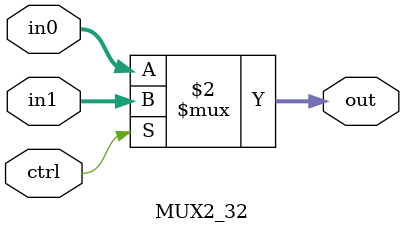
<source format=v>
module MUX2_32(ctrl, in0, in1, out);

input ctrl;
input [31:0] in0, in1;
output [31:0] out;

assign out = (ctrl == 1'b0) ? in0 : in1;

endmodule
</source>
